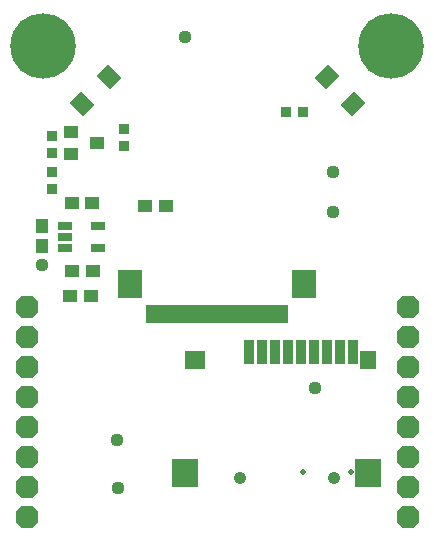
<source format=gbs>
G04*
G04 #@! TF.GenerationSoftware,Altium Limited,Altium Designer,19.0.4 (130)*
G04*
G04 Layer_Color=16711935*
%FSLAX25Y25*%
%MOIN*%
G70*
G01*
G75*
%ADD36R,0.03800X0.03800*%
%ADD39R,0.04300X0.04600*%
%ADD40R,0.04600X0.04300*%
%ADD41R,0.03800X0.03800*%
%ADD52C,0.04147*%
%ADD53C,0.21800*%
%ADD54P,0.08226X8X22.5*%
%ADD55C,0.01968*%
%ADD56C,0.04400*%
%ADD57C,0.02600*%
%ADD80R,0.08800X0.09461*%
%ADD81R,0.07099X0.06312*%
%ADD82R,0.05524X0.06312*%
%ADD83R,0.03556X0.07887*%
G04:AMPARAMS|DCode=84|XSize=55.24mil|YSize=63.12mil|CornerRadius=0mil|HoleSize=0mil|Usage=FLASHONLY|Rotation=315.000|XOffset=0mil|YOffset=0mil|HoleType=Round|Shape=Rectangle|*
%AMROTATEDRECTD84*
4,1,4,-0.04185,-0.00278,0.00278,0.04185,0.04185,0.00278,-0.00278,-0.04185,-0.04185,-0.00278,0.0*
%
%ADD84ROTATEDRECTD84*%

%ADD85R,0.04540X0.04343*%
%ADD86R,0.04540X0.04343*%
G04:AMPARAMS|DCode=87|XSize=55.24mil|YSize=63.12mil|CornerRadius=0mil|HoleSize=0mil|Usage=FLASHONLY|Rotation=225.000|XOffset=0mil|YOffset=0mil|HoleType=Round|Shape=Rectangle|*
%AMROTATEDRECTD87*
4,1,4,-0.00278,0.04185,0.04185,-0.00278,0.00278,-0.04185,-0.04185,0.00278,-0.00278,0.04185,0.0*
%
%ADD87ROTATEDRECTD87*%

%ADD88R,0.04737X0.02572*%
%ADD89R,0.07887X0.09461*%
%ADD90R,0.01981X0.05918*%
D36*
X174994Y276850D02*
D03*
X175000Y271200D02*
D03*
X174994Y264850D02*
D03*
X175000Y259200D02*
D03*
X199000Y279300D02*
D03*
X199006Y273650D02*
D03*
D39*
X171500Y247000D02*
D03*
Y240100D02*
D03*
D40*
X188400Y254500D02*
D03*
X181500D02*
D03*
X181100Y223693D02*
D03*
X188000D02*
D03*
X181600Y232000D02*
D03*
X188500D02*
D03*
X206000Y253500D02*
D03*
X212900D02*
D03*
D41*
X258800Y285000D02*
D03*
X253150Y284994D02*
D03*
D52*
X237504Y163000D02*
D03*
X269000D02*
D03*
D53*
X288000Y307000D02*
D03*
X172000D02*
D03*
D54*
X293500Y220000D02*
D03*
Y210000D02*
D03*
Y200000D02*
D03*
Y190000D02*
D03*
Y180000D02*
D03*
Y170000D02*
D03*
Y160000D02*
D03*
Y150000D02*
D03*
X166500Y220000D02*
D03*
Y210000D02*
D03*
Y200000D02*
D03*
Y190000D02*
D03*
Y180000D02*
D03*
Y170000D02*
D03*
Y160000D02*
D03*
Y150000D02*
D03*
D55*
X258700Y165000D02*
D03*
X274500D02*
D03*
D56*
X171500Y234000D02*
D03*
X219445Y310000D02*
D03*
X268500Y251500D02*
D03*
X262772Y193000D02*
D03*
X268500Y265000D02*
D03*
X197000Y159500D02*
D03*
X196500Y175500D02*
D03*
D57*
X293500Y301500D02*
D03*
Y312500D02*
D03*
X282500Y301500D02*
D03*
Y312500D02*
D03*
X288000Y299000D02*
D03*
X296000Y307000D02*
D03*
X280000D02*
D03*
X288000Y315000D02*
D03*
X177500Y301500D02*
D03*
X166500D02*
D03*
Y312500D02*
D03*
X177500D02*
D03*
X172000Y299000D02*
D03*
X164000Y307000D02*
D03*
X180000D02*
D03*
X172000Y315000D02*
D03*
D80*
X219394Y164575D02*
D03*
X280417D02*
D03*
D81*
X222543Y202370D02*
D03*
D82*
X280417D02*
D03*
D83*
X240653Y204839D02*
D03*
X244984D02*
D03*
X249315D02*
D03*
X253646D02*
D03*
X257976D02*
D03*
X266638D02*
D03*
X270969D02*
D03*
X275299D02*
D03*
X262307D02*
D03*
D84*
X266546Y296454D02*
D03*
X275454Y287546D02*
D03*
D85*
X189826Y274500D02*
D03*
X181174Y270760D02*
D03*
D86*
Y278240D02*
D03*
D87*
X193954Y296454D02*
D03*
X185046Y287546D02*
D03*
D88*
X190307Y247000D02*
D03*
Y239520D02*
D03*
X179283Y243260D02*
D03*
Y239520D02*
D03*
Y247000D02*
D03*
D89*
X200866Y227500D02*
D03*
X259134Y227500D02*
D03*
D90*
X223110Y217669D02*
D03*
X221142D02*
D03*
X207362D02*
D03*
X209331D02*
D03*
X211299D02*
D03*
X213268D02*
D03*
X215236D02*
D03*
X217205D02*
D03*
X219173D02*
D03*
X225079D02*
D03*
X227047D02*
D03*
X229016D02*
D03*
X230984D02*
D03*
X232953D02*
D03*
X234921D02*
D03*
X236890D02*
D03*
X238858D02*
D03*
X240827D02*
D03*
X242795D02*
D03*
X244764D02*
D03*
X246732D02*
D03*
X248701D02*
D03*
X250669D02*
D03*
X252638D02*
D03*
M02*

</source>
